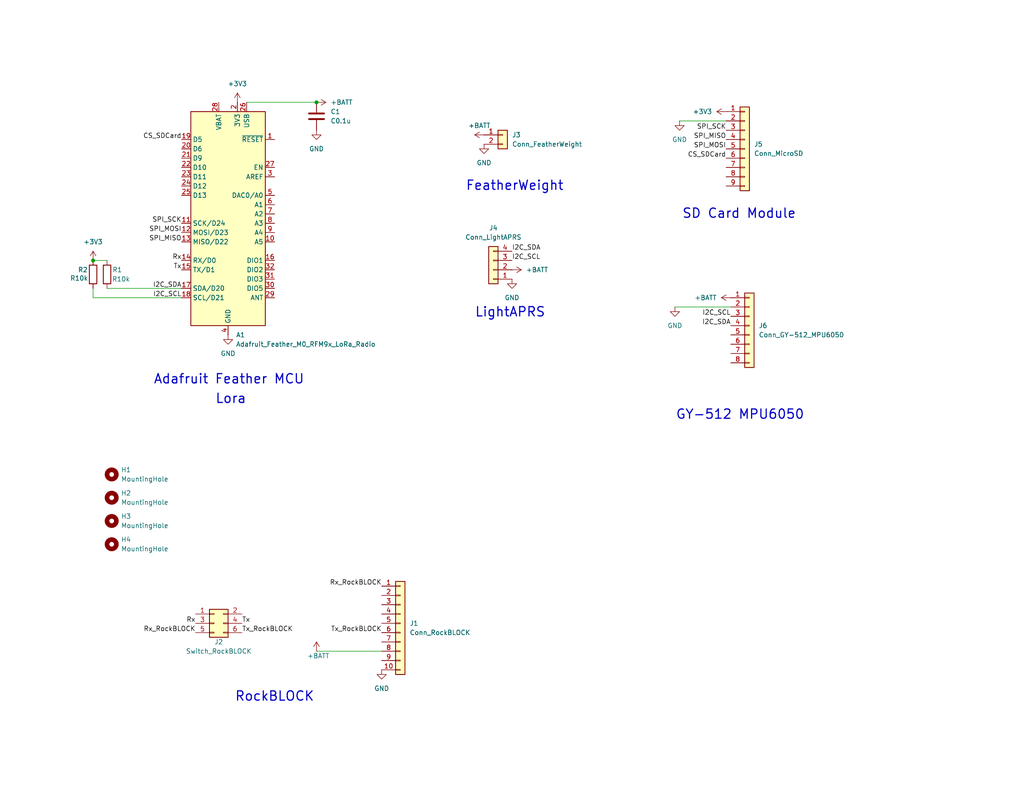
<source format=kicad_sch>
(kicad_sch (version 20250114) (generator "eeschema") (generator_version "9.0")
  (paper "USLetter")
  (lib_symbols
    (symbol "Connector_Generic:Conn_01x02" (pin_names (offset 1.016) (hide yes))
      (property "Reference" "J" (at 0 2.54 0))
      (property "Value" "Conn_01x02" (at 0 -5.08 0))
      (symbol "Conn_01x02_1_1"
        (rectangle (start -1.27 1.27) (end 1.27 -3.81) (stroke (width 0.254)) (fill (type background)))
        (rectangle (start -1.27 0.127) (end 0 -0.127) (stroke (width 0.1524)))
        (rectangle (start -1.27 -2.413) (end 0 -2.667) (stroke (width 0.1524)))
        (pin passive line (at -5.08 0 0) (length 3.81) (name "Pin_1") (number "1"))
        (pin passive line (at -5.08 -2.54 0) (length 3.81) (name "Pin_2") (number "2"))
      )
    )
    (symbol "Connector_Generic:Conn_01x04" (pin_names (offset 1.016) (hide yes))
      (property "Reference" "J" (at 0 5.08 0))
      (property "Value" "Conn_01x04" (at 0 -7.62 0))
      (symbol "Conn_01x04_1_1"
        (rectangle (start -1.27 3.81) (end 1.27 -6.35) (stroke (width 0.254)) (fill (type background)))
        (rectangle (start -1.27 2.667) (end 0 2.413) (stroke (width 0.1524)))
        (rectangle (start -1.27 0.127) (end 0 -0.127) (stroke (width 0.1524)))
        (rectangle (start -1.27 -2.413) (end 0 -2.667) (stroke (width 0.1524)))
        (rectangle (start -1.27 -4.953) (end 0 -5.207) (stroke (width 0.1524)))
        (pin passive line (at -5.08 2.54 0) (length 3.81) (name "Pin_1") (number "1"))
        (pin passive line (at -5.08 0 0) (length 3.81) (name "Pin_2") (number "2"))
        (pin passive line (at -5.08 -2.54 0) (length 3.81) (name "Pin_3") (number "3"))
        (pin passive line (at -5.08 -5.08 0) (length 3.81) (name "Pin_4") (number "4"))
      )
    )
    (symbol "Connector_Generic:Conn_01x08" (pin_names (offset 1.016) (hide yes))
      (property "Reference" "J" (at 0 10.16 0))
      (property "Value" "Conn_01x08" (at 0 -12.7 0))
      (symbol "Conn_01x08_1_1"
        (rectangle (start -1.27 8.89) (end 1.27 -11.43) (stroke (width 0.254)) (fill (type background)))
        (rectangle (start -1.27 7.747) (end 0 7.493) (stroke (width 0.1524)))
        (rectangle (start -1.27 5.207) (end 0 4.953) (stroke (width 0.1524)))
        (rectangle (start -1.27 2.667) (end 0 2.413) (stroke (width 0.1524)))
        (rectangle (start -1.27 0.127) (end 0 -0.127) (stroke (width 0.1524)))
        (rectangle (start -1.27 -2.413) (end 0 -2.667) (stroke (width 0.1524)))
        (rectangle (start -1.27 -4.953) (end 0 -5.207) (stroke (width 0.1524)))
        (rectangle (start -1.27 -7.493) (end 0 -7.747) (stroke (width 0.1524)))
        (rectangle (start -1.27 -10.033) (end 0 -10.287) (stroke (width 0.1524)))
        (pin passive line (at -5.08 7.62 0) (length 3.81) (name "Pin_1") (number "1"))
        (pin passive line (at -5.08 5.08 0) (length 3.81) (name "Pin_2") (number "2"))
        (pin passive line (at -5.08 2.54 0) (length 3.81) (name "Pin_3") (number "3"))
        (pin passive line (at -5.08 0 0) (length 3.81) (name "Pin_4") (number "4"))
        (pin passive line (at -5.08 -2.54 0) (length 3.81) (name "Pin_5") (number "5"))
        (pin passive line (at -5.08 -5.08 0) (length 3.81) (name "Pin_6") (number "6"))
        (pin passive line (at -5.08 -7.62 0) (length 3.81) (name "Pin_7") (number "7"))
        (pin passive line (at -5.08 -10.16 0) (length 3.81) (name "Pin_8") (number "8"))
      )
    )
    (symbol "Connector_Generic:Conn_01x09" (pin_names (offset 1.016) (hide yes))
      (property "Reference" "J" (at 0 12.7 0))
      (property "Value" "Conn_01x09" (at 0 -12.7 0))
      (symbol "Conn_01x09_1_1"
        (rectangle (start -1.27 11.43) (end 1.27 -11.43) (stroke (width 0.254)) (fill (type background)))
        (rectangle (start -1.27 10.287) (end 0 10.033) (stroke (width 0.1524)))
        (rectangle (start -1.27 7.747) (end 0 7.493) (stroke (width 0.1524)))
        (rectangle (start -1.27 5.207) (end 0 4.953) (stroke (width 0.1524)))
        (rectangle (start -1.27 2.667) (end 0 2.413) (stroke (width 0.1524)))
        (rectangle (start -1.27 0.127) (end 0 -0.127) (stroke (width 0.1524)))
        (rectangle (start -1.27 -2.413) (end 0 -2.667) (stroke (width 0.1524)))
        (rectangle (start -1.27 -4.953) (end 0 -5.207) (stroke (width 0.1524)))
        (rectangle (start -1.27 -7.493) (end 0 -7.747) (stroke (width 0.1524)))
        (rectangle (start -1.27 -10.033) (end 0 -10.287) (stroke (width 0.1524)))
        (pin passive line (at -5.08 10.16 0) (length 3.81) (name "Pin_1") (number "1"))
        (pin passive line (at -5.08 7.62 0) (length 3.81) (name "Pin_2") (number "2"))
        (pin passive line (at -5.08 5.08 0) (length 3.81) (name "Pin_3") (number "3"))
        (pin passive line (at -5.08 2.54 0) (length 3.81) (name "Pin_4") (number "4"))
        (pin passive line (at -5.08 0 0) (length 3.81) (name "Pin_5") (number "5"))
        (pin passive line (at -5.08 -2.54 0) (length 3.81) (name "Pin_6") (number "6"))
        (pin passive line (at -5.08 -5.08 0) (length 3.81) (name "Pin_7") (number "7"))
        (pin passive line (at -5.08 -7.62 0) (length 3.81) (name "Pin_8") (number "8"))
        (pin passive line (at -5.08 -10.16 0) (length 3.81) (name "Pin_9") (number "9"))
      )
    )
    (symbol "Connector_Generic:Conn_01x10" (pin_names (offset 1.016) (hide yes))
      (property "Reference" "J" (at 0 12.7 0))
      (property "Value" "Conn_01x10" (at 0 -15.24 0))
      (symbol "Conn_01x10_1_1"
        (rectangle (start -1.27 11.43) (end 1.27 -13.97) (stroke (width 0.254)) (fill (type background)))
        (rectangle (start -1.27 10.287) (end 0 10.033) (stroke (width 0.1524)))
        (rectangle (start -1.27 7.747) (end 0 7.493) (stroke (width 0.1524)))
        (rectangle (start -1.27 5.207) (end 0 4.953) (stroke (width 0.1524)))
        (rectangle (start -1.27 2.667) (end 0 2.413) (stroke (width 0.1524)))
        (rectangle (start -1.27 0.127) (end 0 -0.127) (stroke (width 0.1524)))
        (rectangle (start -1.27 -2.413) (end 0 -2.667) (stroke (width 0.1524)))
        (rectangle (start -1.27 -4.953) (end 0 -5.207) (stroke (width 0.1524)))
        (rectangle (start -1.27 -7.493) (end 0 -7.747) (stroke (width 0.1524)))
        (rectangle (start -1.27 -10.033) (end 0 -10.287) (stroke (width 0.1524)))
        (rectangle (start -1.27 -12.573) (end 0 -12.827) (stroke (width 0.1524)))
        (pin passive line (at -5.08 10.16 0) (length 3.81) (name "Pin_1") (number "1"))
        (pin passive line (at -5.08 7.62 0) (length 3.81) (name "Pin_2") (number "2"))
        (pin passive line (at -5.08 5.08 0) (length 3.81) (name "Pin_3") (number "3"))
        (pin passive line (at -5.08 2.54 0) (length 3.81) (name "Pin_4") (number "4"))
        (pin passive line (at -5.08 0 0) (length 3.81) (name "Pin_5") (number "5"))
        (pin passive line (at -5.08 -2.54 0) (length 3.81) (name "Pin_6") (number "6"))
        (pin passive line (at -5.08 -5.08 0) (length 3.81) (name "Pin_7") (number "7"))
        (pin passive line (at -5.08 -7.62 0) (length 3.81) (name "Pin_8") (number "8"))
        (pin passive line (at -5.08 -10.16 0) (length 3.81) (name "Pin_9") (number "9"))
        (pin passive line (at -5.08 -12.7 0) (length 3.81) (name "Pin_10") (number "10"))
      )
    )
    (symbol "Connector_Generic:Conn_02x03_Odd_Even" (pin_names (offset 1.016) (hide yes))
      (property "Reference" "J" (at 1.27 5.08 0))
      (property "Value" "Conn_02x03_Odd_Even" (at 1.27 -5.08 0))
      (symbol "Conn_02x03_Odd_Even_1_1"
        (rectangle (start -1.27 3.81) (end 3.81 -3.81) (stroke (width 0.254)) (fill (type background)))
        (rectangle (start -1.27 2.667) (end 0 2.413) (stroke (width 0.1524)))
        (rectangle (start -1.27 0.127) (end 0 -0.127) (stroke (width 0.1524)))
        (rectangle (start -1.27 -2.413) (end 0 -2.667) (stroke (width 0.1524)))
        (rectangle (start 3.81 2.667) (end 2.54 2.413) (stroke (width 0.1524)))
        (rectangle (start 3.81 0.127) (end 2.54 -0.127) (stroke (width 0.1524)))
        (rectangle (start 3.81 -2.413) (end 2.54 -2.667) (stroke (width 0.1524)))
        (pin passive line (at -5.08 2.54 0) (length 3.81) (name "Pin_1") (number "1"))
        (pin passive line (at -5.08 0 0) (length 3.81) (name "Pin_3") (number "3"))
        (pin passive line (at -5.08 -2.54 0) (length 3.81) (name "Pin_5") (number "5"))
        (pin passive line (at 7.62 2.54 180) (length 3.81) (name "Pin_2") (number "2"))
        (pin passive line (at 7.62 0 180) (length 3.81) (name "Pin_4") (number "4"))
        (pin passive line (at 7.62 -2.54 180) (length 3.81) (name "Pin_6") (number "6"))
      )
    )
    (symbol "Device:C" (pin_numbers (hide yes)) (pin_names (offset 0.254))
      (property "Reference" "C" (at 0.635 2.54 0))
      (property "Value" "C" (at 0.635 -2.54 0))
      (symbol "C_0_1"
        (polyline (pts (xy -2.032 0.762) (xy 2.032 0.762)) (stroke (width 0.508)))
        (polyline (pts (xy -2.032 -0.762) (xy 2.032 -0.762)) (stroke (width 0.508)))
      )
      (symbol "C_1_1"
        (pin passive line (at 0 3.81 270) (length 2.794) (name "~") (number "1"))
        (pin passive line (at 0 -3.81 90) (length 2.794) (name "~") (number "2"))
      )
    )
    (symbol "Device:R" (pin_numbers (hide yes)) (pin_names (offset 0))
      (property "Reference" "R" (at 2.032 0 90))
      (property "Value" "R" (at 0 0 90))
      (symbol "R_0_1"
        (rectangle (start -1.016 -2.54) (end 1.016 2.54) (stroke (width 0.254)))
      )
      (symbol "R_1_1"
        (pin passive line (at 0 3.81 270) (length 1.27) (name "~") (number "1"))
        (pin passive line (at 0 -3.81 90) (length 1.27) (name "~") (number "2"))
      )
    )
    (symbol "MCU_Module:Adafruit_Feather_M0_RFM9x_LoRa_Radio"
      (property "Reference" "A" (at -10.16 29.21 0))
      (property "Value" "Adafruit_Feather_M0_RFM9x_LoRa_Radio" (at 2.54 -31.75 0))
      (symbol "Adafruit_Feather_M0_RFM9x_LoRa_Radio_0_1"
        (rectangle (start -10.16 27.94) (end 10.16 -30.48) (stroke (width 0.254)) (fill (type background)))
      )
      (symbol "Adafruit_Feather_M0_RFM9x_LoRa_Radio_1_1"
        (pin bidirectional line (at -12.7 20.32 0) (length 2.54) (name "D5") (number "19"))
        (pin bidirectional line (at -12.7 17.78 0) (length 2.54) (name "D6") (number "20"))
        (pin bidirectional line (at -12.7 15.24 0) (length 2.54) (name "D9") (number "21"))
        (pin bidirectional line (at -12.7 12.7 0) (length 2.54) (name "D10") (number "22"))
        (pin bidirectional line (at -12.7 10.16 0) (length 2.54) (name "D11") (number "23"))
        (pin bidirectional line (at -12.7 7.62 0) (length 2.54) (name "D12") (number "24"))
        (pin bidirectional line (at -12.7 5.08 0) (length 2.54) (name "D13") (number "25"))
        (pin bidirectional line (at -12.7 -2.54 0) (length 2.54) (name "SCK/D24") (number "11"))
        (pin bidirectional line (at -12.7 -5.08 0) (length 2.54) (name "MOSI/D23") (number "12"))
        (pin bidirectional line (at -12.7 -7.62 0) (length 2.54) (name "MISO/D22") (number "13"))
        (pin bidirectional line (at -12.7 -12.7 0) (length 2.54) (name "RX/D0") (number "14"))
        (pin bidirectional line (at -12.7 -15.24 0) (length 2.54) (name "TX/D1") (number "15"))
        (pin bidirectional line (at -12.7 -20.32 0) (length 2.54) (name "SDA/D20") (number "17"))
        (pin bidirectional line (at -12.7 -22.86 0) (length 2.54) (name "SCL/D21") (number "18"))
        (pin power_in line (at -2.54 30.48 270) (length 2.54) (name "VBAT") (number "28"))
        (pin power_in line (at 0 -33.02 90) (length 2.54) (name "GND") (number "4"))
        (pin power_in line (at 2.54 30.48 270) (length 2.54) (name "3V3") (number "2"))
        (pin power_in line (at 5.08 30.48 270) (length 2.54) (name "USB") (number "26"))
        (pin input line (at 12.7 20.32 180) (length 2.54) (name "~{RESET}") (number "1"))
        (pin input line (at 12.7 12.7 180) (length 2.54) (name "EN") (number "27"))
        (pin input line (at 12.7 10.16 180) (length 2.54) (name "AREF") (number "3"))
        (pin bidirectional line (at 12.7 5.08 180) (length 2.54) (name "DAC0/A0") (number "5"))
        (pin bidirectional line (at 12.7 2.54 180) (length 2.54) (name "A1") (number "6"))
        (pin bidirectional line (at 12.7 0 180) (length 2.54) (name "A2") (number "7"))
        (pin bidirectional line (at 12.7 -2.54 180) (length 2.54) (name "A3") (number "8"))
        (pin bidirectional line (at 12.7 -5.08 180) (length 2.54) (name "A4") (number "9"))
        (pin bidirectional line (at 12.7 -7.62 180) (length 2.54) (name "A5") (number "10"))
        (pin bidirectional line (at 12.7 -12.7 180) (length 2.54) (name "DIO1") (number "16"))
        (pin bidirectional line (at 12.7 -15.24 180) (length 2.54) (name "DIO2") (number "32"))
        (pin bidirectional line (at 12.7 -17.78 180) (length 2.54) (name "DIO3") (number "31"))
        (pin bidirectional line (at 12.7 -20.32 180) (length 2.54) (name "DIO5") (number "30"))
        (pin bidirectional line (at 12.7 -22.86 180) (length 2.54) (name "ANT") (number "29"))
      )
    )
    (symbol "Mechanical:MountingHole" (pin_names (offset 1.016)) (in_bom no)
      (property "Reference" "H" (at 0 5.08 0))
      (property "Value" "MountingHole" (at 0 3.175 0))
      (symbol "MountingHole_0_1"
        (circle (center 0 0) (radius 1.27) (stroke (width 1.27)))
      )
    )
    (symbol "power:+3V3" (power) (pin_numbers (hide yes)) (pin_names (offset 0) (hide yes))
      (property "Value" "+3V3" (at 0 3.556 0))
      (symbol "+3V3_0_1"
        (polyline (pts (xy -0.762 1.27) (xy 0 2.54)))
        (polyline (pts (xy 0 2.54) (xy 0.762 1.27)))
        (polyline (pts (xy 0 0) (xy 0 2.54)))
      )
      (symbol "+3V3_1_1"
        (pin power_in line (at 0 0 90) (length 0) (name "~") (number "1"))
      )
    )
    (symbol "power:+BATT" (power) (pin_numbers (hide yes)) (pin_names (offset 0) (hide yes))
      (property "Value" "+BATT" (at 0 3.556 0))
      (symbol "+BATT_0_1"
        (polyline (pts (xy -0.762 1.27) (xy 0 2.54)))
        (polyline (pts (xy 0 2.54) (xy 0.762 1.27)))
        (polyline (pts (xy 0 0) (xy 0 2.54)))
      )
      (symbol "+BATT_1_1"
        (pin power_in line (at 0 0 90) (length 0) (name "~") (number "1"))
      )
    )
    (symbol "power:GND" (power) (pin_numbers (hide yes)) (pin_names (offset 0) (hide yes))
      (property "Value" "GND" (at 0 -3.81 0))
      (symbol "GND_0_1"
        (polyline (pts (xy 0 0) (xy 0 -1.27) (xy 1.27 -1.27) (xy 0 -2.54) (xy -1.27 -1.27) (xy 0 -1.27)))
      )
      (symbol "GND_1_1"
        (pin power_in line (at 0 0 270) (length 0) (name "~") (number "1"))
      )
    )
  )
  (text "SD Card Module" (at 201.676 58.42 0) (effects (font (size 2.54 2.54) (thickness 0.3175))))
  (text "RockBLOCK" (at 74.93 190.246 0) (effects (font (size 2.54 2.54) (thickness 0.3175))))
  (text "Adafruit Feather MCU" (at 62.484 103.632 0) (effects (font (size 2.54 2.54) (thickness 0.3175))))
  (text "Lora" (at 62.992 108.966 0) (effects (font (size 2.54 2.54) (thickness 0.3175))))
  (text "FeatherWeight" (at 140.462 50.8 0) (effects (font (size 2.54 2.54) (thickness 0.3175))))
  (text "LightAPRS" (at 139.192 85.344 0) (effects (font (size 2.54 2.54) (thickness 0.3175))))
  (text "GY-512 MPU6050" (at 201.93 113.284 0) (effects (font (size 2.54 2.54) (thickness 0.3175))))
  (junction (at 86.36 27.94))
  (junction (at 25.4 71.12))
  (wire (pts (xy 25.4 78.74) (xy 25.4 81.28)))
  (wire (pts (xy 25.4 81.28) (xy 49.53 81.28)))
  (wire (pts (xy 29.21 78.74) (xy 49.53 78.74)))
  (wire (pts (xy 184.15 83.82) (xy 199.39 83.82)))
  (wire (pts (xy 25.4 71.12) (xy 29.21 71.12)))
  (wire (pts (xy 185.42 33.02) (xy 198.12 33.02)))
  (wire (pts (xy 86.36 177.8) (xy 104.14 177.8)))
  (wire (pts (xy 67.31 27.94) (xy 86.36 27.94)))
  (label "Rx_RockBLOCK" (at 104.14 160.02 180))
  (label "SPI_MISO" (at 198.12 38.1 180))
  (label "Tx" (at 66.04 170.18 0))
  (label "I2C_SDA" (at 49.53 78.74 180))
  (label "SPI_SCK" (at 49.53 60.96 180))
  (label "Rx_RockBLOCK" (at 53.34 172.72 180))
  (label "SPI_SCK" (at 198.12 35.56 180))
  (label "I2C_SCL" (at 139.7 71.12 0))
  (label "I2C_SCL" (at 49.53 81.28 180))
  (label "SPI_MISO" (at 49.53 66.04 180))
  (label "Tx" (at 49.53 73.66 180))
  (label "Rx" (at 49.53 71.12 180))
  (label "I2C_SDA" (at 199.39 88.9 180))
  (label "SPI_MOSI" (at 49.53 63.5 180))
  (label "Rx" (at 53.34 170.18 180))
  (label "SPI_MOSI" (at 198.12 40.64 180))
  (label "Tx_RockBLOCK" (at 104.14 172.72 180))
  (label "I2C_SCL" (at 199.39 86.36 180))
  (label "I2C_SDA" (at 139.7 68.58 0))
  (label "CS_SDCard" (at 49.53 38.1 180))
  (label "Tx_RockBLOCK" (at 66.04 172.72 0))
  (label "CS_SDCard" (at 198.12 43.18 180))
  (symbol (lib_id "power:+3V3") (at 198.12 30.48 90) (unit 1)
    (property "Reference" "#PWR011" (effects (hide yes)))
    (property "Value" "+3V3" (at 194.31 30.4799 90) (effects (justify left)))
    (property "Description" "Power symbol creates a global label with name \"+3V3\"" (effects (hide yes)))
  )
  (symbol (lib_id "power:+BATT") (at 86.36 27.94 270) (unit 1)
    (property "Reference" "#PWR02" (effects (hide yes)))
    (property "Value" "+BATT" (at 90.17 27.9399 90) (effects (justify left)))
    (property "Description" "Power symbol creates a global label with name \"+BATT\"" (effects (hide yes)))
  )
  (symbol (lib_id "power:GND") (at 86.36 35.56 0) (unit 1)
    (property "Reference" "#PWR013" (effects (hide yes)))
    (property "Value" "GND" (at 86.36 40.64 0))
    (property "Description" "Power symbol creates a global label with name \"GND\" , ground" (effects (hide yes)))
  )
  (symbol (lib_id "Mechanical:MountingHole") (at 30.48 148.59 0) (unit 1) (in_bom no)
    (property "Reference" "H4" (at 33.02 147.3199 0) (effects (justify left)))
    (property "Value" "MountingHole" (at 33.02 149.8599 0) (effects (justify left)))
    (property "Footprint" "MountingHole:MountingHole_3.2mm_M3_DIN965_Pad" (effects (hide yes)))
    (property "Description" "Mounting Hole without connection" (effects (hide yes)))
  )
  (symbol (lib_id "power:+BATT") (at 199.39 81.28 90) (unit 1)
    (property "Reference" "#PWR014" (effects (hide yes)))
    (property "Value" "+BATT" (at 195.58 81.2799 90) (effects (justify left)))
    (property "Description" "Power symbol creates a global label with name \"+BATT\"" (effects (hide yes)))
  )
  (symbol (lib_id "Device:C") (at 86.36 31.75 0) (unit 1)
    (property "Reference" "C1" (at 90.17 30.4799 0) (effects (justify left)))
    (property "Value" "C0.1u" (at 90.17 33.0199 0) (effects (justify left)))
    (property "Footprint" "Capacitor_THT:C_Rect_L7.0mm_W2.5mm_P5.00mm" (effects (hide yes)))
    (property "Description" "Unpolarized capacitor" (effects (hide yes)))
  )
  (symbol (lib_id "Connector_Generic:Conn_02x03_Odd_Even") (at 58.42 170.18 0) (unit 1)
    (property "Reference" "J2" (at 59.69 175.26 0))
    (property "Value" "Switch_RockBLOCK" (at 59.69 177.8 0))
    (property "Footprint" "Connector_PinSocket_2.54mm:PinSocket_2x03_P2.54mm_Vertical" (effects (hide yes)))
    (property "Description" "Generic connector, double row, 02x03, odd/even pin numbering scheme (row 1 odd numbers, row 2 even numbers), script generated (kicad-library-utils/schlib/autogen/connector/)" (effects (hide yes)))
  )
  (symbol (lib_id "Mechanical:MountingHole") (at 30.48 135.89 0) (unit 1) (in_bom no)
    (property "Reference" "H2" (at 33.02 134.6199 0) (effects (justify left)))
    (property "Value" "MountingHole" (at 33.02 137.1599 0) (effects (justify left)))
    (property "Footprint" "MountingHole:MountingHole_3.2mm_M3_DIN965_Pad" (effects (hide yes)))
    (property "Description" "Mounting Hole without connection" (effects (hide yes)))
  )
  (symbol (lib_id "Connector_Generic:Conn_01x10") (at 109.22 170.18 0) (unit 1)
    (property "Reference" "J1" (at 111.76 170.1799 0) (effects (justify left)))
    (property "Value" "Conn_RockBLOCK" (at 111.76 172.7199 0) (effects (justify left)))
    (property "Footprint" "Connector_Molex:Molex_PicoBlade_53047-1010_1x10_P1.25mm_Vertical" (effects (hide yes)))
    (property "Description" "Generic connector, single row, 01x10, script generated (kicad-library-utils/schlib/autogen/connector/)" (effects (hide yes)))
  )
  (symbol (lib_id "power:+BATT") (at 139.7 73.66 270) (unit 1)
    (property "Reference" "#PWR09" (effects (hide yes)))
    (property "Value" "+BATT" (at 143.51 73.6599 90) (effects (justify left)))
    (property "Description" "Power symbol creates a global label with name \"+BATT\"" (effects (hide yes)))
  )
  (symbol (lib_id "power:+BATT") (at 86.36 177.8 0) (unit 1)
    (property "Reference" "#PWR06" (effects (hide yes)))
    (property "Value" "+BATT" (at 86.868 179.07 0))
    (property "Description" "Power symbol creates a global label with name \"+BATT\"" (effects (hide yes)))
  )
  (symbol (lib_id "power:GND") (at 62.23 91.44 0) (unit 1)
    (property "Reference" "#PWR08" (effects (hide yes)))
    (property "Value" "GND" (at 62.23 96.52 0))
    (property "Description" "Power symbol creates a global label with name \"GND\" , ground" (effects (hide yes)))
  )
  (symbol (lib_id "Mechanical:MountingHole") (at 30.48 142.24 0) (unit 1) (in_bom no)
    (property "Reference" "H3" (at 33.02 140.9699 0) (effects (justify left)))
    (property "Value" "MountingHole" (at 33.02 143.5099 0) (effects (justify left)))
    (property "Footprint" "MountingHole:MountingHole_3.2mm_M3_DIN965_Pad" (effects (hide yes)))
    (property "Description" "Mounting Hole without connection" (effects (hide yes)))
  )
  (symbol (lib_id "power:+3V3") (at 25.4 71.12 0) (unit 1)
    (property "Reference" "#PWR01" (effects (hide yes)))
    (property "Value" "+3V3" (at 25.4 66.04 0))
    (property "Description" "Power symbol creates a global label with name \"+3V3\"" (effects (hide yes)))
  )
  (symbol (lib_id "Mechanical:MountingHole") (at 30.48 129.54 0) (unit 1) (in_bom no)
    (property "Reference" "H1" (at 33.02 128.2699 0) (effects (justify left)))
    (property "Value" "MountingHole" (at 33.02 130.8099 0) (effects (justify left)))
    (property "Footprint" "MountingHole:MountingHole_3.2mm_M3_DIN965_Pad" (effects (hide yes)))
    (property "Description" "Mounting Hole without connection" (effects (hide yes)))
  )
  (symbol (lib_id "Connector_Generic:Conn_01x08") (at 204.47 88.9 0) (unit 1)
    (property "Reference" "J6" (at 207.01 88.8999 0) (effects (justify left)))
    (property "Value" "Conn_GY-512_MPU6050" (at 207.01 91.4399 0) (effects (justify left)))
    (property "Footprint" "Module:GY-521 MPU6050" (effects (hide yes)))
    (property "Description" "Generic connector, single row, 01x08, script generated (kicad-library-utils/schlib/autogen/connector/)" (effects (hide yes)))
  )
  (symbol (lib_id "power:+BATT") (at 132.08 36.83 90) (unit 1)
    (property "Reference" "#PWR04" (effects (hide yes)))
    (property "Value" "+BATT" (at 130.81 34.29 90))
    (property "Description" "Power symbol creates a global label with name \"+BATT\"" (effects (hide yes)))
  )
  (symbol (lib_id "power:GND") (at 132.08 39.37 0) (unit 1)
    (property "Reference" "#PWR05" (effects (hide yes)))
    (property "Value" "GND" (at 132.08 44.45 0))
    (property "Description" "Power symbol creates a global label with name \"GND\" , ground" (effects (hide yes)))
  )
  (symbol (lib_id "Connector_Generic:Conn_01x02") (at 137.16 36.83 0) (unit 1)
    (property "Reference" "J3" (at 139.7 36.8299 0) (effects (justify left)))
    (property "Value" "Conn_FeatherWeight" (at 139.7 39.3699 0) (effects (justify left)))
    (property "Footprint" "Connector_JST:JST_PH_S2B-PH-SM4-TB_1x02-1MP_P2.00mm_Horizontal" (effects (hide yes)))
    (property "Description" "Generic connector, single row, 01x02, script generated (kicad-library-utils/schlib/autogen/connector/)" (effects (hide yes)))
  )
  (symbol (lib_id "Connector_Generic:Conn_01x04") (at 134.62 73.66 180) (unit 1)
    (property "Reference" "J4" (at 134.62 62.23 0))
    (property "Value" "Conn_LightAPRS" (at 134.62 64.77 0))
    (property "Footprint" "Connector_JST:JST_PH_S4B-PH-SM4-TB_1x04-1MP_P2.00mm_Horizontal" (effects (hide yes)))
    (property "Description" "Generic connector, single row, 01x04, script generated (kicad-library-utils/schlib/autogen/connector/)" (effects (hide yes)))
  )
  (symbol (lib_id "Device:R") (at 25.4 74.93 180) (unit 1)
    (property "Reference" "R2" (at 22.606 73.66 0))
    (property "Value" "R10k" (at 21.59 75.946 0))
    (property "Footprint" "Resistor_THT:R_Axial_DIN0207_L6.3mm_D2.5mm_P10.16mm_Horizontal" (effects (hide yes)))
    (property "Description" "Resistor" (effects (hide yes)))
  )
  (symbol (lib_id "power:GND") (at 139.7 76.2 0) (unit 1)
    (property "Reference" "#PWR010" (effects (hide yes)))
    (property "Value" "GND" (at 139.7 81.28 0))
    (property "Description" "Power symbol creates a global label with name \"GND\" , ground" (effects (hide yes)))
  )
  (symbol (lib_id "power:GND") (at 184.15 83.82 0) (unit 1)
    (property "Reference" "#PWR015" (effects (hide yes)))
    (property "Value" "GND" (at 184.15 88.9 0))
    (property "Description" "Power symbol creates a global label with name \"GND\" , ground" (effects (hide yes)))
  )
  (symbol (lib_id "Device:R") (at 29.21 74.93 0) (unit 1)
    (property "Reference" "R1" (at 32.004 73.66 0))
    (property "Value" "R10k" (at 33.02 76.2 0))
    (property "Footprint" "Resistor_THT:R_Axial_DIN0207_L6.3mm_D2.5mm_P10.16mm_Horizontal" (effects (hide yes)))
    (property "Description" "Resistor" (effects (hide yes)))
  )
  (symbol (lib_id "Connector_Generic:Conn_01x09") (at 203.2 40.64 0) (unit 1)
    (property "Reference" "J5" (at 205.74 39.3699 0) (effects (justify left)))
    (property "Value" "Conn_MicroSD" (at 205.74 41.9099 0) (effects (justify left)))
    (property "Footprint" "Module:Adafruit_MicroSD_Breakout" (effects (hide yes)))
    (property "Description" "Generic connector, single row, 01x09, script generated (kicad-library-utils/schlib/autogen/connector/)" (effects (hide yes)))
  )
  (symbol (lib_id "power:+3V3") (at 64.77 27.94 0) (unit 1)
    (property "Reference" "#PWR03" (effects (hide yes)))
    (property "Value" "+3V3" (at 64.77 22.86 0))
    (property "Description" "Power symbol creates a global label with name \"+3V3\"" (effects (hide yes)))
  )
  (symbol (lib_id "MCU_Module:Adafruit_Feather_M0_RFM9x_LoRa_Radio") (at 62.23 58.42 0) (unit 1)
    (property "Reference" "A1" (at 64.3733 91.44 0) (effects (justify left)))
    (property "Value" "Adafruit_Feather_M0_RFM9x_LoRa_Radio" (at 64.3733 93.98 0) (effects (justify left)))
    (property "Footprint" "Module:Adafruit_Feather_M0_RFM" (effects (hide yes)))
    (property "Datasheet" "https://cdn-learn.adafruit.com/downloads/pdf/adafruit-feather-m0-radio-with-lora-radio-module.pdf" (effects (hide yes)))
    (property "Description" "Microcontroller module with SAMD21 Cortex-M0 MCU and RFM9x Radio" (effects (hide yes)))
  )
  (symbol (lib_id "power:GND") (at 104.14 182.88 0) (unit 1)
    (property "Reference" "#PWR07" (effects (hide yes)))
    (property "Value" "GND" (at 104.14 187.96 0))
    (property "Description" "Power symbol creates a global label with name \"GND\" , ground" (effects (hide yes)))
  )
  (symbol (lib_id "power:GND") (at 185.42 33.02 0) (unit 1)
    (property "Reference" "#PWR012" (effects (hide yes)))
    (property "Value" "GND" (at 185.42 38.1 0))
    (property "Description" "Power symbol creates a global label with name \"GND\" , ground" (effects (hide yes)))
  )
)
</source>
